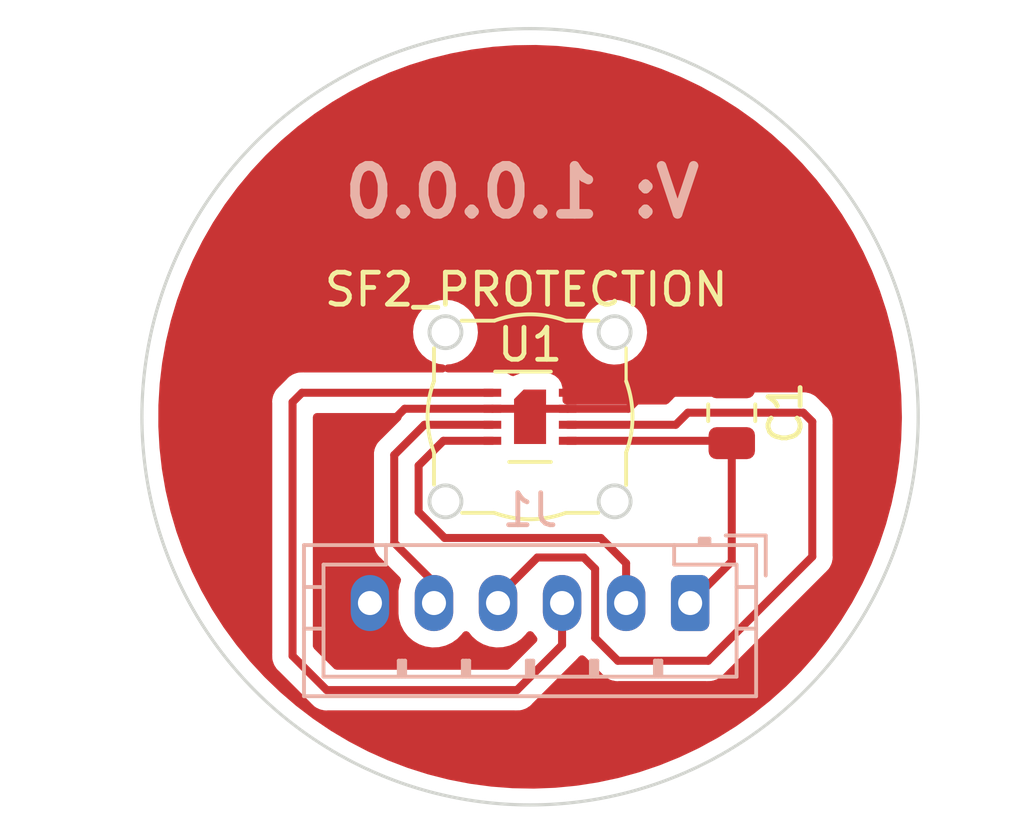
<source format=kicad_pcb>
(kicad_pcb (version 20211014) (generator pcbnew)
  (title_block (title "Digital H/T Sensors") (date "2022-10-08") (rev "1.0.0.0") (company "RCF Srls"))
  (layers (0 "F.Cu" signal) (31 "B.Cu" signal) (34 "B.Paste" user) (35 "F.Paste" user) (36 "B.SilkS" user "B.Silkscreen") (37 "F.SilkS" user "F.Silkscreen") (38 "B.Mask" user) (39 "F.Mask" user) (44 "Edge.Cuts" user))
  (net 0 "")
  (net 1 "GND")
  (net 2 "+3V3")
  (net 3 "/SCL")
  (net 4 "/SDA")
  (net 5 "/RESET")
  (net 6 "/ALERT")
  (footprint "Capacitor_SMD:C_0805_2012Metric" (layer "F.Cu") (at 112.8522 73.8886 -90)
    (fp_text reference "C1" (at 0 -1.68 90) (layer "F.SilkS"))
    (fp_text value "100nF")
    (fp_line (start -0.261252 0.735) (end 0.261252 0.735) (layer "F.SilkS") (width 0.12))
    (fp_line (start -0.261252 -0.735) (end 0.261252 -0.735) (layer "F.SilkS") (width 0.12))
    (pad "1" smd roundrect (at -0.95 0 270) (size 1 1.45) (layers "F.Cu" "F.Paste" "F.Mask") (net 1 "GND"))
    (pad "2" smd roundrect (at 0.95 0 270) (size 1 1.45) (layers "F.Cu" "F.Paste" "F.Mask") (net 2 "+3V3"))
  )
  (footprint "Sensor_Humidity:Sensirion_DFN-8-1EP_2.5x2.5mm_P0.5mm_EP1.1x1.7mm" (layer "F.Cu") (at 106.553 74.0156)
    (fp_text reference "U1" (at 0 -2.25) (layer "F.SilkS"))
    (fp_text value "SHT31A-DIS")
    (fp_line (start -1.09 -1.41) (end 0.65 -1.41) (layer "F.SilkS") (width 0.12))
    (fp_line (start -0.65 1.41) (end 0.65 1.41) (layer "F.SilkS") (width 0.12))
    (pad "1" smd rect locked (at -1.175 -0.75) (size 0.55 0.25) (layers "F.Cu" "F.Paste" "F.Mask") (net 4 "/SDA"))
    (pad "2" smd rect locked (at -1.175 -0.25) (size 0.55 0.25) (layers "F.Cu" "F.Paste" "F.Mask") (net 1 "GND"))
    (pad "3" smd rect locked (at -1.175 0.25) (size 0.55 0.25) (layers "F.Cu" "F.Paste" "F.Mask") (net 6 "/ALERT"))
    (pad "4" smd rect locked (at -1.175 0.75 180) (size 0.55 0.25) (layers "F.Cu" "F.Paste" "F.Mask") (net 3 "/SCL"))
    (pad "5" smd rect locked (at 1.175 0.75) (size 0.55 0.25) (layers "F.Cu" "F.Paste" "F.Mask") (net 2 "+3V3"))
    (pad "6" smd rect locked (at 1.175 0.25) (size 0.55 0.25) (layers "F.Cu" "F.Paste" "F.Mask") (net 5 "/RESET"))
    (pad "7" smd rect locked (at 1.175 -0.25) (size 0.55 0.25) (layers "F.Cu" "F.Paste" "F.Mask") (net 1 "GND"))
    (pad "8" smd rect locked (at 1.175 -0.75) (size 0.55 0.25) (layers "F.Cu" "F.Paste" "F.Mask") (net 1 "GND"))
    (pad "9" smd custom locked (at 0 0) (size 1 1) (layers "F.Cu" "F.Mask") (net 1 "GND") (options (clearance outline) (anchor circle)) (primitives (gr_poly (pts (xy 0.5 0.85) (xy -0.5 0.85) (xy -0.5 -0.55) (xy -0.2 -0.85) (xy 0.5 -0.85)) (width 0) (fill yes))))
  )
  (footprint "HT485:SF2" (layer "F.Cu") (at 106.553 74.0156)
    (fp_text reference "SF2_PROTECTION" (at -0.12 -3.97 unlocked) (layer "F.SilkS"))
    (fp_text value "SF2")
    (fp_line (start -3 1.113553) (end -3 2.12) (layer "F.SilkS") (width 0.12))
    (fp_line (start -2.12 3) (end -1.113553 3) (layer "F.SilkS") (width 0.12))
    (fp_line (start -1.113553 -3) (end -2.14 -3) (layer "F.SilkS") (width 0.12))
    (fp_line (start -3 -2.14) (end -3 -1.113553) (layer "F.SilkS") (width 0.12))
    (fp_line (start 3 2.13) (end 3 1.113553) (layer "F.SilkS") (width 0.12))
    (fp_line (start 1.113553 3) (end 2.13 3) (layer "F.SilkS") (width 0.12))
    (fp_line (start 2.14 -3) (end 1.113553 -3) (layer "F.SilkS") (width 0.12))
    (fp_line (start 3 -1.113553) (end 3 -2.15) (layer "F.SilkS") (width 0.1))
    (fp_arc (start -3 1.113553) (mid -3.199858 0) (end -3 -1.113553) (layer "F.SilkS") (width 0.12))
    (fp_arc (start 1.113553 3) (mid 0 3.199858) (end -1.113553 3) (layer "F.SilkS") (width 0.12))
    (fp_arc (start 3 -1.113553) (mid 3.199858 0) (end 3 1.113553) (layer "F.SilkS") (width 0.12))
    (fp_arc (start -1.113553 -3) (mid 0 -3.199858) (end 1.113553 -3) (layer "F.SilkS") (width 0.12))
    (fp_circle (center -2.641421 -2.641421) (end -2.141421 -2.641421) (layer "Edge.Cuts") (width 0.12) (fill none))
    (fp_circle (center 2.641421 -2.641421) (end 3.141421 -2.641421) (layer "Edge.Cuts") (width 0.12) (fill none))
    (fp_circle (center -2.641421 2.641421) (end -2.141421 2.641421) (layer "Edge.Cuts") (width 0.12) (fill none))
    (fp_circle (center 2.641421 2.641421) (end 3.141421 2.641421) (layer "Edge.Cuts") (width 0.12) (fill none))
  )
  (footprint "Connector_JST:JST_PH_B6B-PH-K_1x06_P2.00mm_Vertical" (layer "B.Cu") (at 111.553 79.8322 180)
    (fp_text reference "J1" (at 5 2.9) (layer "B.SilkS") (effects (justify mirror)))
    (fp_text value "H/T Sensor")
    (fp_line (start -2.06 0.5) (end -1.45 0.5) (layer "B.SilkS") (width 0.12))
    (fp_line (start 0.9 -1.8) (end 1.1 -1.8) (layer "B.SilkS") (width 0.12))
    (fp_line (start -1.45 1.2) (end -1.45 -2.3) (layer "B.SilkS") (width 0.12))
    (fp_line (start 7 -2.3) (end 7 -1.8) (layer "B.SilkS") (width 0.12))
    (fp_line (start 9.5 1.2) (end 9.5 1.81) (layer "B.SilkS") (width 0.12))
    (fp_line (start -1.45 -2.3) (end 11.45 -2.3) (layer "B.SilkS") (width 0.12))
    (fp_line (start 3.1 -1.8) (end 3.1 -2.3) (layer "B.SilkS") (width 0.12))
    (fp_line (start 8.9 -2.3) (end 8.9 -1.8) (layer "B.SilkS") (width 0.12))
    (fp_line (start 9.1 -1.8) (end 9.1 -2.3) (layer "B.SilkS") (width 0.12))
    (fp_line (start 0.9 -2.3) (end 0.9 -1.8) (layer "B.SilkS") (width 0.12))
    (fp_line (start 4.9 -1.8) (end 5.1 -1.8) (layer "B.SilkS") (width 0.12))
    (fp_line (start 11.45 -2.3) (end 11.45 1.2) (layer "B.SilkS") (width 0.12))
    (fp_line (start -1.11 2.11) (end -2.36 2.11) (layer "B.SilkS") (width 0.12))
    (fp_line (start -0.3 1.91) (end -0.6 1.91) (layer "B.SilkS") (width 0.12))
    (fp_line (start 11.45 1.2) (end 9.5 1.2) (layer "B.SilkS") (width 0.12))
    (fp_line (start 12.06 0.5) (end 11.45 0.5) (layer "B.SilkS") (width 0.12))
    (fp_line (start 1 -2.3) (end 1 -1.8) (layer "B.SilkS") (width 0.12))
    (fp_line (start 3 -2.3) (end 3 -1.8) (layer "B.SilkS") (width 0.12))
    (fp_line (start -2.06 1.81) (end -2.06 -2.91) (layer "B.SilkS") (width 0.12))
    (fp_line (start 5.1 -1.8) (end 5.1 -2.3) (layer "B.SilkS") (width 0.12))
    (fp_line (start 0.5 1.2) (end -1.45 1.2) (layer "B.SilkS") (width 0.12))
    (fp_line (start 0.5 1.81) (end 0.5 1.2) (layer "B.SilkS") (width 0.12))
    (fp_line (start 7.1 -1.8) (end 7.1 -2.3) (layer "B.SilkS") (width 0.12))
    (fp_line (start -0.6 2.01) (end -0.6 1.81) (layer "B.SilkS") (width 0.12))
    (fp_line (start 9 -2.3) (end 9 -1.8) (layer "B.SilkS") (width 0.12))
    (fp_line (start -2.06 -2.91) (end 12.06 -2.91) (layer "B.SilkS") (width 0.12))
    (fp_line (start 12.06 -2.91) (end 12.06 1.81) (layer "B.SilkS") (width 0.12))
    (fp_line (start -2.36 2.11) (end -2.36 0.86) (layer "B.SilkS") (width 0.12))
    (fp_line (start -0.3 2.01) (end -0.6 2.01) (layer "B.SilkS") (width 0.12))
    (fp_line (start 8.9 -1.8) (end 9.1 -1.8) (layer "B.SilkS") (width 0.12))
    (fp_line (start 2.9 -2.3) (end 2.9 -1.8) (layer "B.SilkS") (width 0.12))
    (fp_line (start -0.3 1.81) (end -0.3 2.01) (layer "B.SilkS") (width 0.12))
    (fp_line (start 6.9 -2.3) (end 6.9 -1.8) (layer "B.SilkS") (width 0.12))
    (fp_line (start 6.9 -1.8) (end 7.1 -1.8) (layer "B.SilkS") (width 0.12))
    (fp_line (start 4.9 -2.3) (end 4.9 -1.8) (layer "B.SilkS") (width 0.12))
    (fp_line (start 12.06 1.81) (end -2.06 1.81) (layer "B.SilkS") (width 0.12))
    (fp_line (start 1.1 -1.8) (end 1.1 -2.3) (layer "B.SilkS") (width 0.12))
    (fp_line (start -2.06 -0.8) (end -1.45 -0.8) (layer "B.SilkS") (width 0.12))
    (fp_line (start 5 -2.3) (end 5 -1.8) (layer "B.SilkS") (width 0.12))
    (fp_line (start 12.06 -0.8) (end 11.45 -0.8) (layer "B.SilkS") (width 0.12))
    (fp_line (start 2.9 -1.8) (end 3.1 -1.8) (layer "B.SilkS") (width 0.12))
    (pad "1" thru_hole roundrect (at 0 0 180) (size 1.2 1.75) (drill 0.75) (layers *.Cu *.Mask) (roundrect_rratio 0.2083333333) (net 2 "+3V3"))
    (pad "2" thru_hole oval (at 2 0 180) (size 1.2 1.75) (drill 0.75) (layers *.Cu *.Mask) (net 3 "/SCL"))
    (pad "3" thru_hole oval (at 4 0 180) (size 1.2 1.75) (drill 0.75) (layers *.Cu *.Mask) (net 4 "/SDA"))
    (pad "4" thru_hole oval (at 6 0 180) (size 1.2 1.75) (drill 0.75) (layers *.Cu *.Mask) (net 5 "/RESET"))
    (pad "5" thru_hole oval (at 8 0 180) (size 1.2 1.75) (drill 0.75) (layers *.Cu *.Mask) (net 6 "/ALERT"))
    (pad "6" thru_hole oval (at 10 0 180) (size 1.2 1.75) (drill 0.75) (layers *.Cu *.Mask) (net 1 "GND"))
  )
  (gr_circle locked (center 106.553 74.0156) (end 113.919 83.6422) (layer "Edge.Cuts") (width 0.1) (fill none))
  (gr_text "V: ${REVISION}" (at 112 67) (layer "B.SilkS") (effects (font (size 1.5 1.5) (thickness 0.3)) (justify left mirror)))
  (segment (start 105.378 73.7656) (end 106.303 73.7656) (width 0.25) (layer "F.Cu") (net 1))
  (segment (start 110.1224 73.2656) (end 107.728 73.2656) (width 0.25) (layer "F.Cu") (net 1))
  (segment (start 106.803 73.7656) (end 106.553 74.0156) (width 0.25) (layer "F.Cu") (net 1))
  (segment (start 101.553 79.8322) (end 101.553 74.85) (width 0.25) (layer "F.Cu") (net 1))
  (segment (start 107.728 73.7656) (end 106.803 73.7656) (width 0.25) (layer "F.Cu") (net 1))
  (segment (start 112.8522 72.9386) (end 112.5252 73.2656) (width 0.25) (layer "F.Cu") (net 1))
  (segment (start 109.6224 73.7656) (end 110.1224 73.2656) (width 0.25) (layer "F.Cu") (net 1))
  (segment (start 101.553 74.85) (end 102.6374 73.7656) (width 0.25) (layer "F.Cu") (net 1))
  (segment (start 107.728 73.7656) (end 109.6224 73.7656) (width 0.25) (layer "F.Cu") (net 1))
  (segment (start 112.5252 73.2656) (end 110.1224 73.2656) (width 0.25) (layer "F.Cu") (net 1))
  (segment (start 102.6374 73.7656) (end 105.378 73.7656) (width 0.25) (layer "F.Cu") (net 1))
  (segment (start 106.303 73.7656) (end 106.553 74.0156) (width 0.25) (layer "F.Cu") (net 1))
  (segment (start 112.8522 78.533) (end 111.553 79.8322) (width 0.25) (layer "F.Cu") (net 2))
  (segment (start 107.728 74.7656) (end 112.7792 74.7656) (width 0.25) (layer "F.Cu") (net 2))
  (segment (start 112.8522 74.8386) (end 112.8522 78.533) (width 0.25) (layer "F.Cu") (net 2))
  (segment (start 112.7792 74.7656) (end 112.8522 74.8386) (width 0.25) (layer "F.Cu") (net 2))
  (segment (start 103.886 77.8002) (end 108.7628 77.8002) (width 0.25) (layer "F.Cu") (net 3))
  (segment (start 103.8472 74.7656) (end 103.0732 75.5396) (width 0.25) (layer "F.Cu") (net 3))
  (segment (start 103.0732 76.9874) (end 103.886 77.8002) (width 0.25) (layer "F.Cu") (net 3))
  (segment (start 109.553 78.5904) (end 109.553 79.8322) (width 0.25) (layer "F.Cu") (net 3))
  (segment (start 103.0732 75.5396) (end 103.0732 76.9874) (width 0.25) (layer "F.Cu") (net 3))
  (segment (start 108.7628 77.8002) (end 109.553 78.5904) (width 0.25) (layer "F.Cu") (net 3))
  (segment (start 105.378 74.7656) (end 103.8472 74.7656) (width 0.25) (layer "F.Cu") (net 3))
  (segment (start 99.429 73.2656) (end 105.378 73.2656) (width 0.25) (layer "F.Cu") (net 4))
  (segment (start 99.1362 73.5584) (end 99.429 73.2656) (width 0.25) (layer "F.Cu") (net 4))
  (segment (start 100.203 82.55) (end 99.1362 81.4832) (width 0.25) (layer "F.Cu") (net 4))
  (segment (start 107.553 81.1436) (end 106.1466 82.55) (width 0.25) (layer "F.Cu") (net 4))
  (segment (start 99.1362 81.4832) (end 99.1362 73.5584) (width 0.25) (layer "F.Cu") (net 4))
  (segment (start 106.1466 82.55) (end 100.203 82.55) (width 0.25) (layer "F.Cu") (net 4))
  (segment (start 107.553 79.8322) (end 107.553 81.1436) (width 0.25) (layer "F.Cu") (net 4))
  (segment (start 105.553 79.6384) (end 106.7816 78.4098) (width 0.25) (layer "F.Cu") (net 5))
  (segment (start 108.2294 78.4098) (end 108.585 78.7654) (width 0.25) (layer "F.Cu") (net 5))
  (segment (start 111.4806 73.8886) (end 111.1036 74.2656) (width 0.25) (layer "F.Cu") (net 5))
  (segment (start 112.1156 81.6356) (end 115.3668 78.3844) (width 0.25) (layer "F.Cu") (net 5))
  (segment (start 108.585 78.7654) (end 108.585 80.9244) (width 0.25) (layer "F.Cu") (net 5))
  (segment (start 109.2962 81.6356) (end 112.1156 81.6356) (width 0.25) (layer "F.Cu") (net 5))
  (segment (start 115.3668 78.3844) (end 115.3668 74.168) (width 0.25) (layer "F.Cu") (net 5))
  (segment (start 105.553 79.8322) (end 105.553 79.6384) (width 0.25) (layer "F.Cu") (net 5))
  (segment (start 111.1036 74.2656) (end 107.728 74.2656) (width 0.25) (layer "F.Cu") (net 5))
  (segment (start 108.585 80.9244) (end 109.2962 81.6356) (width 0.25) (layer "F.Cu") (net 5))
  (segment (start 115.3668 74.168) (end 115.0874 73.8886) (width 0.25) (layer "F.Cu") (net 5))
  (segment (start 106.7816 78.4098) (end 108.2294 78.4098) (width 0.25) (layer "F.Cu") (net 5))
  (segment (start 115.0874 73.8886) (end 111.4806 73.8886) (width 0.25) (layer "F.Cu") (net 5))
  (segment (start 103.553 79.8322) (end 103.553 79.1944) (width 0.25) (layer "F.Cu") (net 6))
  (segment (start 103.255 74.2656) (end 105.378 74.2656) (width 0.25) (layer "F.Cu") (net 6))
  (segment (start 103.553 79.1944) (end 102.3112 77.9526) (width 0.25) (layer "F.Cu") (net 6))
  (segment (start 102.3112 75.2094) (end 103.255 74.2656) (width 0.25) (layer "F.Cu") (net 6))
  (segment (start 102.3112 77.9526) (end 102.3112 75.2094) (width 0.25) (layer "F.Cu") (net 6))
  (zone (net 1) (net_name "GND") (layer "F.Cu") (connect_pads yes (clearance 0.508)) (min_thickness 0.254) (fill yes (thermal_gap 0.508) (thermal_bridge_width 0.508))
    (polygon (pts (xy 122 87) (xy 90 87) (xy 90 61) (xy 122 61)))
  )
)
</source>
